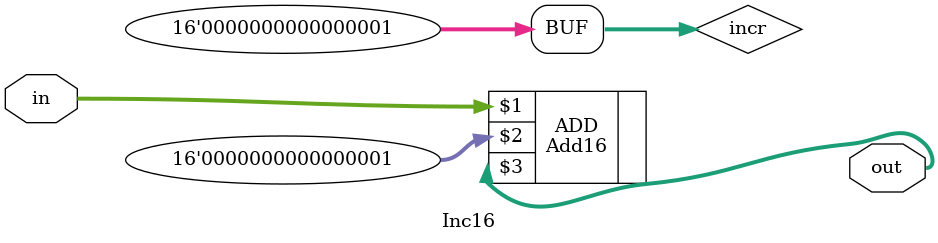
<source format=v>
/**
 * 16-bit incrementer:
 * out = in + 1 (arithmetic addition)
 */

`default_nettype none
module Inc16(
    input [15:0] in,
    output [15:0] out
);

    // Put your code here:
    wire [15:0] incr;
    assign incr[15:0] = 16'b1;
    Add16 ADD(in, incr, out);
    // or just:
    //assign out = in + 1;
endmodule

</source>
